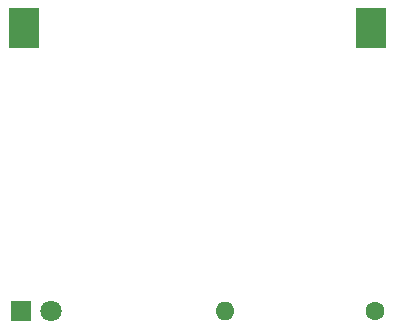
<source format=gbr>
%TF.GenerationSoftware,KiCad,Pcbnew,6.0.7-f9a2dced07~116~ubuntu22.04.1*%
%TF.CreationDate,2022-08-30T22:25:08-07:00*%
%TF.ProjectId,kicad_hello_world,6b696361-645f-4686-956c-6c6f5f776f72,0*%
%TF.SameCoordinates,Original*%
%TF.FileFunction,Soldermask,Bot*%
%TF.FilePolarity,Negative*%
%FSLAX46Y46*%
G04 Gerber Fmt 4.6, Leading zero omitted, Abs format (unit mm)*
G04 Created by KiCad (PCBNEW 6.0.7-f9a2dced07~116~ubuntu22.04.1) date 2022-08-30 22:25:08*
%MOMM*%
%LPD*%
G01*
G04 APERTURE LIST*
%ADD10O,1.600000X1.600000*%
%ADD11C,1.600000*%
%ADD12R,1.800000X1.800000*%
%ADD13C,1.800000*%
%ADD14R,2.540000X3.510000*%
G04 APERTURE END LIST*
D10*
%TO.C,R1*%
X137300000Y-114000000D03*
D11*
X150000000Y-114000000D03*
%TD*%
D12*
%TO.C,D1*%
X120000000Y-114000000D03*
D13*
X122540000Y-114000000D03*
%TD*%
D14*
%TO.C,BT1*%
X120320000Y-90000000D03*
X149680000Y-90000000D03*
%TD*%
M02*

</source>
